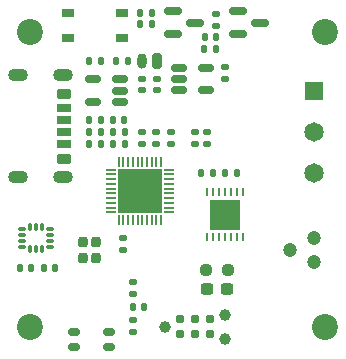
<source format=gts>
%TF.GenerationSoftware,KiCad,Pcbnew,9.0.5*%
%TF.CreationDate,2026-01-28T11:34:24-05:00*%
%TF.ProjectId,lmp91000-pcb,6c6d7039-3130-4303-902d-7063622e6b69,rev?*%
%TF.SameCoordinates,Original*%
%TF.FileFunction,Soldermask,Top*%
%TF.FilePolarity,Negative*%
%FSLAX46Y46*%
G04 Gerber Fmt 4.6, Leading zero omitted, Abs format (unit mm)*
G04 Created by KiCad (PCBNEW 9.0.5) date 2026-01-28 11:34:24*
%MOMM*%
%LPD*%
G01*
G04 APERTURE LIST*
G04 Aperture macros list*
%AMRoundRect*
0 Rectangle with rounded corners*
0 $1 Rounding radius*
0 $2 $3 $4 $5 $6 $7 $8 $9 X,Y pos of 4 corners*
0 Add a 4 corners polygon primitive as box body*
4,1,4,$2,$3,$4,$5,$6,$7,$8,$9,$2,$3,0*
0 Add four circle primitives for the rounded corners*
1,1,$1+$1,$2,$3*
1,1,$1+$1,$4,$5*
1,1,$1+$1,$6,$7*
1,1,$1+$1,$8,$9*
0 Add four rect primitives between the rounded corners*
20,1,$1+$1,$2,$3,$4,$5,0*
20,1,$1+$1,$4,$5,$6,$7,0*
20,1,$1+$1,$6,$7,$8,$9,0*
20,1,$1+$1,$8,$9,$2,$3,0*%
G04 Aperture macros list end*
%ADD10RoundRect,0.147500X-0.172500X0.147500X-0.172500X-0.147500X0.172500X-0.147500X0.172500X0.147500X0*%
%ADD11RoundRect,0.140000X0.140000X0.170000X-0.140000X0.170000X-0.140000X-0.170000X0.140000X-0.170000X0*%
%ADD12RoundRect,0.070000X-0.530000X0.280000X-0.530000X-0.280000X0.530000X-0.280000X0.530000X0.280000X0*%
%ADD13RoundRect,0.076000X-0.524000X0.304000X-0.524000X-0.304000X0.524000X-0.304000X0.524000X0.304000X0*%
%ADD14RoundRect,0.080000X-0.520000X0.320000X-0.520000X-0.320000X0.520000X-0.320000X0.520000X0.320000X0*%
%ADD15O,1.700000X1.100000*%
%ADD16RoundRect,0.135000X-0.135000X-0.185000X0.135000X-0.185000X0.135000X0.185000X-0.135000X0.185000X0*%
%ADD17R,1.650000X1.650000*%
%ADD18C,1.650000*%
%ADD19RoundRect,0.135000X-0.185000X0.135000X-0.185000X-0.135000X0.185000X-0.135000X0.185000X0.135000X0*%
%ADD20RoundRect,0.135000X0.135000X0.185000X-0.135000X0.185000X-0.135000X-0.185000X0.135000X-0.185000X0*%
%ADD21RoundRect,0.087500X-0.225000X-0.087500X0.225000X-0.087500X0.225000X0.087500X-0.225000X0.087500X0*%
%ADD22RoundRect,0.087500X-0.087500X-0.225000X0.087500X-0.225000X0.087500X0.225000X-0.087500X0.225000X0*%
%ADD23RoundRect,0.140000X-0.140000X-0.170000X0.140000X-0.170000X0.140000X0.170000X-0.140000X0.170000X0*%
%ADD24RoundRect,0.150000X-0.512500X-0.150000X0.512500X-0.150000X0.512500X0.150000X-0.512500X0.150000X0*%
%ADD25R,0.990600X0.711200*%
%ADD26RoundRect,0.150000X0.512500X0.150000X-0.512500X0.150000X-0.512500X-0.150000X0.512500X-0.150000X0*%
%ADD27RoundRect,0.140000X-0.170000X0.140000X-0.170000X-0.140000X0.170000X-0.140000X0.170000X0.140000X0*%
%ADD28RoundRect,0.147500X0.172500X-0.147500X0.172500X0.147500X-0.172500X0.147500X-0.172500X-0.147500X0*%
%ADD29RoundRect,0.150000X-0.587500X-0.150000X0.587500X-0.150000X0.587500X0.150000X-0.587500X0.150000X0*%
%ADD30RoundRect,0.062500X0.062500X0.237500X-0.062500X0.237500X-0.062500X-0.237500X0.062500X-0.237500X0*%
%ADD31R,2.600000X2.600000*%
%ADD32RoundRect,0.237500X0.250000X0.237500X-0.250000X0.237500X-0.250000X-0.237500X0.250000X-0.237500X0*%
%ADD33C,0.990600*%
%ADD34C,0.787400*%
%ADD35C,2.200000*%
%ADD36RoundRect,0.150000X-0.350000X0.150000X-0.350000X-0.150000X0.350000X-0.150000X0.350000X0.150000X0*%
%ADD37RoundRect,0.140000X0.170000X-0.140000X0.170000X0.140000X-0.170000X0.140000X-0.170000X-0.140000X0*%
%ADD38RoundRect,0.050000X-0.337500X-0.050000X0.337500X-0.050000X0.337500X0.050000X-0.337500X0.050000X0*%
%ADD39RoundRect,0.050000X-0.050000X-0.337500X0.050000X-0.337500X0.050000X0.337500X-0.050000X0.337500X0*%
%ADD40R,3.800000X3.800000*%
%ADD41C,1.200000*%
%ADD42RoundRect,0.147500X0.147500X0.172500X-0.147500X0.172500X-0.147500X-0.172500X0.147500X-0.172500X0*%
%ADD43RoundRect,0.200000X-0.200000X0.250000X-0.200000X-0.250000X0.200000X-0.250000X0.200000X0.250000X0*%
%ADD44RoundRect,0.237500X0.300000X0.237500X-0.300000X0.237500X-0.300000X-0.237500X0.300000X-0.237500X0*%
%ADD45RoundRect,0.200000X0.200000X0.450000X-0.200000X0.450000X-0.200000X-0.450000X0.200000X-0.450000X0*%
%ADD46O,0.800000X1.300000*%
G04 APERTURE END LIST*
D10*
%TO.C,FB1*%
X42900000Y-52515000D03*
X42900000Y-53485000D03*
%TD*%
D11*
%TO.C,C13*%
X37100001Y-55000000D03*
X36140001Y-55000000D03*
%TD*%
D12*
%TO.C,J2*%
X37880000Y-42500000D03*
D13*
X37880000Y-44520000D03*
D14*
X37880000Y-45750000D03*
D12*
X37880000Y-43500000D03*
D13*
X37880000Y-41480000D03*
D14*
X37880000Y-40250000D03*
D15*
X37800000Y-38680000D03*
X34000000Y-38680000D03*
X37800000Y-47320000D03*
X34000000Y-47320000D03*
%TD*%
D16*
%TO.C,R7*%
X41990001Y-44500000D03*
X43009999Y-44500000D03*
%TD*%
D17*
%TO.C,J4*%
X59000000Y-40000000D03*
D18*
X59000000Y-43500000D03*
X59000000Y-47000000D03*
%TD*%
D19*
%TO.C,R3*%
X50750000Y-33490001D03*
X50750000Y-34509999D03*
%TD*%
D20*
%TO.C,R5*%
X41009999Y-42500000D03*
X39990001Y-42500000D03*
%TD*%
D21*
%TO.C,U6*%
X34337500Y-51750000D03*
X34337500Y-52250000D03*
X34337500Y-52750000D03*
X34337500Y-53250000D03*
D22*
X35000000Y-53412500D03*
X35500000Y-53412500D03*
X36000000Y-53412500D03*
D21*
X36662500Y-53250000D03*
X36662500Y-52750000D03*
X36662500Y-52250000D03*
X36662500Y-51750000D03*
D22*
X36000000Y-51587500D03*
X35500000Y-51587500D03*
X35000000Y-51587500D03*
%TD*%
D23*
%TO.C,C14*%
X34140000Y-55000000D03*
X35100000Y-55000000D03*
%TD*%
D24*
%TO.C,U4*%
X47612500Y-38050000D03*
X47612500Y-39000000D03*
X47612500Y-39950000D03*
X49887500Y-39950000D03*
X49887500Y-38050000D03*
%TD*%
D25*
%TO.C,SW1*%
X42750001Y-35574999D03*
X38249999Y-35574999D03*
X42750001Y-33425001D03*
X38249999Y-33425001D03*
%TD*%
D11*
%TO.C,C9*%
X42980000Y-42500000D03*
X42020000Y-42500000D03*
%TD*%
D19*
%TO.C,R14*%
X50000000Y-43490001D03*
X50000000Y-44509999D03*
%TD*%
D20*
%TO.C,R4*%
X41009999Y-43500000D03*
X39990001Y-43500000D03*
%TD*%
D23*
%TO.C,C7*%
X49770000Y-35500000D03*
X50730000Y-35500000D03*
%TD*%
%TO.C,C5*%
X43700000Y-58300000D03*
X44660000Y-58300000D03*
%TD*%
D26*
%TO.C,U3*%
X42637500Y-40950000D03*
X42637500Y-40000000D03*
X42637500Y-39050000D03*
X40362500Y-39050000D03*
X40362500Y-40950000D03*
%TD*%
D27*
%TO.C,C8*%
X45750000Y-39020000D03*
X45750000Y-39980000D03*
%TD*%
D28*
%TO.C,L1*%
X43700000Y-57185000D03*
X43700000Y-56215000D03*
%TD*%
D29*
%TO.C,Q1*%
X52562500Y-33300000D03*
X52562500Y-35200000D03*
X54437500Y-34250000D03*
%TD*%
D20*
%TO.C,R9*%
X41009999Y-37500000D03*
X39990001Y-37500000D03*
%TD*%
D10*
%TO.C,D3*%
X49000000Y-43515000D03*
X49000000Y-44485000D03*
%TD*%
D16*
%TO.C,R6*%
X49740001Y-36500000D03*
X50759999Y-36500000D03*
%TD*%
D30*
%TO.C,U5*%
X53000000Y-48575000D03*
X52500000Y-48575000D03*
X52000000Y-48575001D03*
X51500000Y-48575000D03*
X51000000Y-48575001D03*
X50500000Y-48575000D03*
X50000000Y-48575000D03*
X50000000Y-52375000D03*
X50500000Y-52375000D03*
X51000000Y-52374999D03*
X51500000Y-52375000D03*
X52000000Y-52374999D03*
X52500000Y-52375000D03*
X53000000Y-52375000D03*
D31*
X51500000Y-50500000D03*
%TD*%
D27*
%TO.C,C10*%
X44500000Y-39020000D03*
X44500000Y-39980000D03*
%TD*%
D32*
%TO.C,R12*%
X51712500Y-55200000D03*
X49887500Y-55200000D03*
%TD*%
D33*
%TO.C,J1*%
X46460000Y-60000000D03*
X51540000Y-58984000D03*
X51540000Y-61016000D03*
D34*
X47730000Y-60635000D03*
X47730000Y-59365000D03*
X49000000Y-60635000D03*
X49000000Y-59365000D03*
X50270000Y-60635000D03*
X50270000Y-59365000D03*
%TD*%
D35*
%TO.C,H2*%
X60000000Y-35000000D03*
%TD*%
D36*
%TO.C,U1*%
X41700000Y-60400000D03*
X38700000Y-60400000D03*
X38700000Y-61700000D03*
X41700000Y-61700000D03*
%TD*%
D35*
%TO.C,H3*%
X35000000Y-60000000D03*
%TD*%
D29*
%TO.C,D1*%
X47062500Y-33300000D03*
X47062500Y-35200000D03*
X48937500Y-34250000D03*
%TD*%
D37*
%TO.C,C1*%
X44500000Y-44480000D03*
X44500000Y-43520000D03*
%TD*%
D38*
%TO.C,U2*%
X41812500Y-46700000D03*
X41812500Y-47100000D03*
X41812500Y-47500000D03*
X41812500Y-47900000D03*
X41812500Y-48300000D03*
X41812500Y-48700000D03*
X41812500Y-49100000D03*
X41812500Y-49500000D03*
X41812500Y-49900000D03*
X41812500Y-50300000D03*
D39*
X42500000Y-50987500D03*
X42900000Y-50987500D03*
X43300000Y-50987500D03*
X43700000Y-50987500D03*
X44100000Y-50987500D03*
X44500000Y-50987500D03*
X44900000Y-50987500D03*
X45300000Y-50987500D03*
X45700000Y-50987500D03*
X46100000Y-50987500D03*
D38*
X46787500Y-50300000D03*
X46787500Y-49900000D03*
X46787500Y-49500000D03*
X46787500Y-49100000D03*
X46787500Y-48700000D03*
X46787500Y-48300000D03*
X46787500Y-47900000D03*
X46787500Y-47500000D03*
X46787500Y-47100000D03*
X46787500Y-46700000D03*
D39*
X46100000Y-46012500D03*
X45700000Y-46012500D03*
X45300000Y-46012500D03*
X44900000Y-46012500D03*
X44500000Y-46012500D03*
X44100000Y-46012500D03*
X43700000Y-46012500D03*
X43300000Y-46012500D03*
X42900000Y-46012500D03*
X42500000Y-46012500D03*
D40*
X44300000Y-48500000D03*
%TD*%
D41*
%TO.C,J5*%
X59000000Y-54500000D03*
X57000000Y-53500000D03*
X59000000Y-52499999D03*
%TD*%
D20*
%TO.C,R10*%
X50500000Y-47000000D03*
X49480002Y-47000000D03*
%TD*%
D37*
%TO.C,C6*%
X46900000Y-44480000D03*
X46900000Y-43520000D03*
%TD*%
D42*
%TO.C,D2*%
X40985000Y-44500000D03*
X40015000Y-44500000D03*
%TD*%
D16*
%TO.C,R2*%
X44290001Y-34400000D03*
X45309999Y-34400000D03*
%TD*%
D20*
%TO.C,R8*%
X43250000Y-37500000D03*
X42230002Y-37500000D03*
%TD*%
%TO.C,R13*%
X43009999Y-43500000D03*
X41990001Y-43500000D03*
%TD*%
D37*
%TO.C,C4*%
X43700000Y-60400000D03*
X43700000Y-59440000D03*
%TD*%
D27*
%TO.C,C11*%
X51500000Y-38020000D03*
X51500000Y-38980000D03*
%TD*%
D35*
%TO.C,H1*%
X35000000Y-35000000D03*
%TD*%
%TO.C,H4*%
X60000000Y-60000000D03*
%TD*%
D43*
%TO.C,Y1*%
X39450000Y-52800000D03*
X39450000Y-54200000D03*
X40550000Y-54200000D03*
X40550000Y-52800000D03*
%TD*%
D44*
%TO.C,C12*%
X51662501Y-56800000D03*
X49937499Y-56800000D03*
%TD*%
D16*
%TO.C,R11*%
X51500000Y-47000000D03*
X52519998Y-47000000D03*
%TD*%
D37*
%TO.C,C2*%
X45700000Y-44480000D03*
X45700000Y-43520000D03*
%TD*%
D16*
%TO.C,R1*%
X44290001Y-33400000D03*
X45309999Y-33400000D03*
%TD*%
D45*
%TO.C,J3*%
X45750000Y-37500000D03*
D46*
X44500000Y-37500000D03*
%TD*%
M02*

</source>
